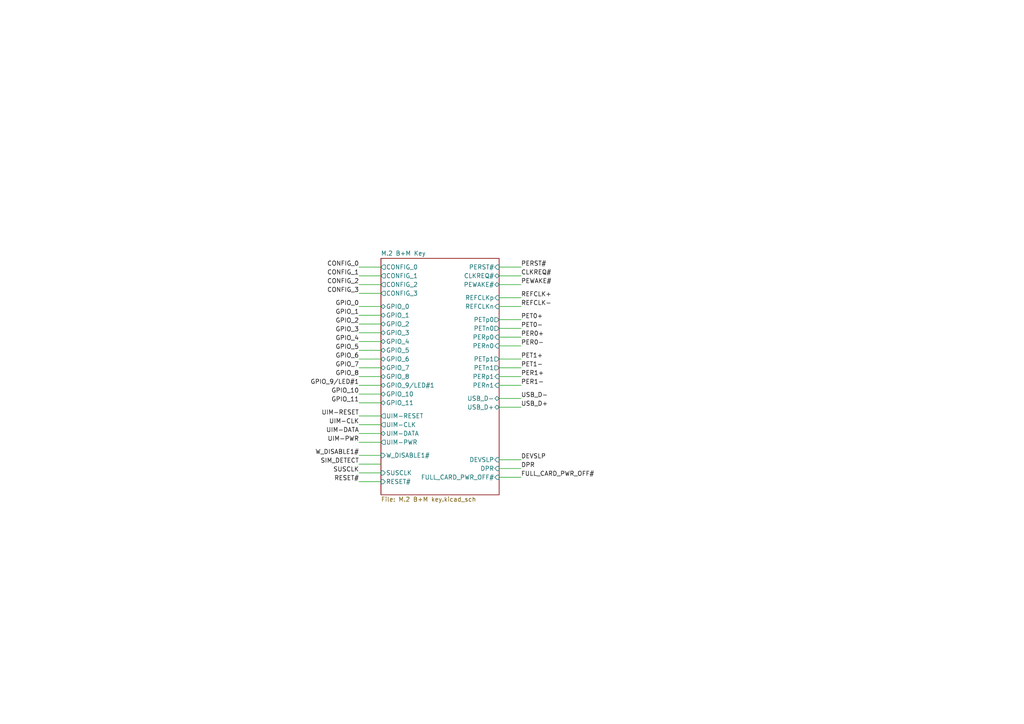
<source format=kicad_sch>
(kicad_sch
	(version 20250114)
	(generator "eeschema")
	(generator_version "9.0")
	(uuid "d52149c5-2780-43d7-ad28-0fd143303ca1")
	(paper "A4")
	(lib_symbols)
	(wire
		(pts
			(xy 104.14 114.3) (xy 110.49 114.3)
		)
		(stroke
			(width 0)
			(type default)
		)
		(uuid "02c8b8e6-a05b-4110-8312-b119fad8e5aa")
	)
	(wire
		(pts
			(xy 104.14 104.14) (xy 110.49 104.14)
		)
		(stroke
			(width 0)
			(type default)
		)
		(uuid "03b7aa98-4c16-4e5f-8921-8d62ed2a5ca1")
	)
	(wire
		(pts
			(xy 104.14 93.98) (xy 110.49 93.98)
		)
		(stroke
			(width 0)
			(type default)
		)
		(uuid "0cd30d06-86a9-4fbd-ab92-a2ef84cbd2ad")
	)
	(wire
		(pts
			(xy 104.14 139.7) (xy 110.49 139.7)
		)
		(stroke
			(width 0)
			(type default)
		)
		(uuid "26064112-c8c6-4144-bfa3-1d64de7e48d8")
	)
	(wire
		(pts
			(xy 104.14 125.73) (xy 110.49 125.73)
		)
		(stroke
			(width 0)
			(type default)
		)
		(uuid "27d93c08-6598-4875-a730-16729c475b03")
	)
	(wire
		(pts
			(xy 104.14 116.84) (xy 110.49 116.84)
		)
		(stroke
			(width 0)
			(type default)
		)
		(uuid "2a38cc62-5faa-4d20-92cc-5d00eaf63a87")
	)
	(wire
		(pts
			(xy 144.78 86.36) (xy 151.13 86.36)
		)
		(stroke
			(width 0)
			(type default)
		)
		(uuid "2dd875fe-2eab-47c6-9571-0e51b6c8d6b9")
	)
	(wire
		(pts
			(xy 104.14 91.44) (xy 110.49 91.44)
		)
		(stroke
			(width 0)
			(type default)
		)
		(uuid "2fa86a7e-295e-4778-b3ae-e67ef4780f59")
	)
	(wire
		(pts
			(xy 144.78 100.33) (xy 151.13 100.33)
		)
		(stroke
			(width 0)
			(type default)
		)
		(uuid "3017fa4a-483a-4a71-8497-ece76044680f")
	)
	(wire
		(pts
			(xy 104.14 77.47) (xy 110.49 77.47)
		)
		(stroke
			(width 0)
			(type default)
		)
		(uuid "3110518f-9ca5-43e7-8b46-c7d66ba289d3")
	)
	(wire
		(pts
			(xy 104.14 88.9) (xy 110.49 88.9)
		)
		(stroke
			(width 0)
			(type default)
		)
		(uuid "31cc93cd-e4bc-4691-b1cc-6442708e94b0")
	)
	(wire
		(pts
			(xy 144.78 95.25) (xy 151.13 95.25)
		)
		(stroke
			(width 0)
			(type default)
		)
		(uuid "32e19455-e6c0-40b5-9431-cdba5d6a3d87")
	)
	(wire
		(pts
			(xy 104.14 99.06) (xy 110.49 99.06)
		)
		(stroke
			(width 0)
			(type default)
		)
		(uuid "3b3254ab-e217-48cd-9e10-9757e6d7f059")
	)
	(wire
		(pts
			(xy 144.78 88.9) (xy 151.13 88.9)
		)
		(stroke
			(width 0)
			(type default)
		)
		(uuid "3d188e2b-5c0a-442f-9f81-4d1771c12cde")
	)
	(wire
		(pts
			(xy 144.78 133.35) (xy 151.13 133.35)
		)
		(stroke
			(width 0)
			(type default)
		)
		(uuid "3e97fb78-f93f-4317-85da-eca6c9d4c802")
	)
	(wire
		(pts
			(xy 144.78 80.01) (xy 151.13 80.01)
		)
		(stroke
			(width 0)
			(type default)
		)
		(uuid "40e4ae1c-bd40-4cc0-a59c-65dcaad5be25")
	)
	(wire
		(pts
			(xy 144.78 82.55) (xy 151.13 82.55)
		)
		(stroke
			(width 0)
			(type default)
		)
		(uuid "4f08e404-1adb-4da8-8ca0-ed8a76558077")
	)
	(wire
		(pts
			(xy 144.78 109.22) (xy 151.13 109.22)
		)
		(stroke
			(width 0)
			(type default)
		)
		(uuid "5d010d86-1240-48a7-9128-27ab94711782")
	)
	(wire
		(pts
			(xy 104.14 137.16) (xy 110.49 137.16)
		)
		(stroke
			(width 0)
			(type default)
		)
		(uuid "72e46adf-f177-435a-85f2-51168f2252fb")
	)
	(wire
		(pts
			(xy 144.78 92.71) (xy 151.13 92.71)
		)
		(stroke
			(width 0)
			(type default)
		)
		(uuid "74581d45-164b-4f7c-b1b3-1a81cf10ac6a")
	)
	(wire
		(pts
			(xy 144.78 97.79) (xy 151.13 97.79)
		)
		(stroke
			(width 0)
			(type default)
		)
		(uuid "8302ba35-c00a-4b03-96f4-27b937bd3525")
	)
	(wire
		(pts
			(xy 144.78 106.68) (xy 151.13 106.68)
		)
		(stroke
			(width 0)
			(type default)
		)
		(uuid "86836f82-f9ab-42a3-9b3b-c1df6a69aabd")
	)
	(wire
		(pts
			(xy 144.78 77.47) (xy 151.13 77.47)
		)
		(stroke
			(width 0)
			(type default)
		)
		(uuid "8736c031-59a8-41e3-b852-8711042aac91")
	)
	(wire
		(pts
			(xy 104.14 132.08) (xy 110.49 132.08)
		)
		(stroke
			(width 0)
			(type default)
		)
		(uuid "8a77027e-6bc3-46b1-b9d1-8ab93e6f7c5f")
	)
	(wire
		(pts
			(xy 104.14 82.55) (xy 110.49 82.55)
		)
		(stroke
			(width 0)
			(type default)
		)
		(uuid "8fda9c06-d6b5-47f7-a759-c865306f75db")
	)
	(wire
		(pts
			(xy 104.14 101.6) (xy 110.49 101.6)
		)
		(stroke
			(width 0)
			(type default)
		)
		(uuid "a260f4b8-41ab-4b15-9b68-27df525e1abf")
	)
	(wire
		(pts
			(xy 104.14 80.01) (xy 110.49 80.01)
		)
		(stroke
			(width 0)
			(type default)
		)
		(uuid "a8dc0d2f-1d6b-4a1a-a2e3-43e618dfdea4")
	)
	(wire
		(pts
			(xy 144.78 111.76) (xy 151.13 111.76)
		)
		(stroke
			(width 0)
			(type default)
		)
		(uuid "abab4564-9f1c-4a91-b052-81411562587f")
	)
	(wire
		(pts
			(xy 144.78 115.57) (xy 151.13 115.57)
		)
		(stroke
			(width 0)
			(type default)
		)
		(uuid "ac5cea99-d05d-4462-b30d-be7a2fef6d6f")
	)
	(wire
		(pts
			(xy 144.78 118.11) (xy 151.13 118.11)
		)
		(stroke
			(width 0)
			(type default)
		)
		(uuid "b6be20b0-f671-4fd0-8ab7-e9529b939251")
	)
	(wire
		(pts
			(xy 104.14 111.76) (xy 110.49 111.76)
		)
		(stroke
			(width 0)
			(type default)
		)
		(uuid "b77d038a-2835-4411-896b-e4fa1c3364ac")
	)
	(wire
		(pts
			(xy 104.14 85.09) (xy 110.49 85.09)
		)
		(stroke
			(width 0)
			(type default)
		)
		(uuid "b8ae850f-d029-4841-bfa4-41f48cf934cb")
	)
	(wire
		(pts
			(xy 104.14 128.27) (xy 110.49 128.27)
		)
		(stroke
			(width 0)
			(type default)
		)
		(uuid "d238fbbf-2ee5-4780-b41b-b9f71371fd6f")
	)
	(wire
		(pts
			(xy 104.14 123.19) (xy 110.49 123.19)
		)
		(stroke
			(width 0)
			(type default)
		)
		(uuid "d33a51ef-226c-43fe-8843-d8426dc0d4bf")
	)
	(wire
		(pts
			(xy 104.14 134.62) (xy 110.49 134.62)
		)
		(stroke
			(width 0)
			(type default)
		)
		(uuid "d7925f62-bf79-49d0-aed5-cef10cf0845d")
	)
	(wire
		(pts
			(xy 104.14 106.68) (xy 110.49 106.68)
		)
		(stroke
			(width 0)
			(type default)
		)
		(uuid "d9c8b6fe-2cc3-4df6-baf9-a95cbcb09b6c")
	)
	(wire
		(pts
			(xy 104.14 96.52) (xy 110.49 96.52)
		)
		(stroke
			(width 0)
			(type default)
		)
		(uuid "dcafa047-533d-42fa-baa5-9b9d505ad02c")
	)
	(wire
		(pts
			(xy 104.14 109.22) (xy 110.49 109.22)
		)
		(stroke
			(width 0)
			(type default)
		)
		(uuid "e86da907-7c21-4604-9509-1f81666b184a")
	)
	(wire
		(pts
			(xy 144.78 104.14) (xy 151.13 104.14)
		)
		(stroke
			(width 0)
			(type default)
		)
		(uuid "f41f7c13-0da8-40b2-8da8-7ab3dd6a80b6")
	)
	(wire
		(pts
			(xy 144.78 138.43) (xy 151.13 138.43)
		)
		(stroke
			(width 0)
			(type default)
		)
		(uuid "fae157ef-5c37-4d0e-8ef9-1c4ea1139bf0")
	)
	(wire
		(pts
			(xy 144.78 135.89) (xy 151.13 135.89)
		)
		(stroke
			(width 0)
			(type default)
		)
		(uuid "fc00d9e5-d56b-426b-bb36-2ca99a11ca18")
	)
	(wire
		(pts
			(xy 104.14 120.65) (xy 110.49 120.65)
		)
		(stroke
			(width 0)
			(type default)
		)
		(uuid "fc3d2dda-600a-486f-8739-821317c754ce")
	)
	(label "GPIO_6"
		(at 104.14 104.14 180)
		(effects
			(font
				(size 1.27 1.27)
			)
			(justify right bottom)
		)
		(uuid "0b88b89e-d208-419f-978c-12596f472ccf")
	)
	(label "GPIO_0"
		(at 104.14 88.9 180)
		(effects
			(font
				(size 1.27 1.27)
			)
			(justify right bottom)
		)
		(uuid "0c4809f8-7c4a-4eaf-910c-3ef08a7bb0ab")
	)
	(label "DEVSLP"
		(at 151.13 133.35 0)
		(effects
			(font
				(size 1.27 1.27)
			)
			(justify left bottom)
		)
		(uuid "1a2a70e7-7917-4276-879b-9c59aeafe33a")
	)
	(label "PER0-"
		(at 151.13 100.33 0)
		(effects
			(font
				(size 1.27 1.27)
			)
			(justify left bottom)
		)
		(uuid "1f348bbe-e9db-47be-92e0-76b94aa62941")
	)
	(label "PET1-"
		(at 151.13 106.68 0)
		(effects
			(font
				(size 1.27 1.27)
			)
			(justify left bottom)
		)
		(uuid "2361ffc7-6b52-4ffc-93ba-99705f458d24")
	)
	(label "SIM_DETECT"
		(at 104.14 134.62 180)
		(effects
			(font
				(size 1.27 1.27)
			)
			(justify right bottom)
		)
		(uuid "24385f20-dfec-4b57-b6a3-f29bb6b4e4f0")
	)
	(label "GPIO_1"
		(at 104.14 91.44 180)
		(effects
			(font
				(size 1.27 1.27)
			)
			(justify right bottom)
		)
		(uuid "2454d983-5a22-4470-8905-9bc3baa1787c")
	)
	(label "GPIO_10"
		(at 104.14 114.3 180)
		(effects
			(font
				(size 1.27 1.27)
			)
			(justify right bottom)
		)
		(uuid "263d95f1-2e67-4ad4-bc7c-b2e7d5f61861")
	)
	(label "GPIO_2"
		(at 104.14 93.98 180)
		(effects
			(font
				(size 1.27 1.27)
			)
			(justify right bottom)
		)
		(uuid "28de2f52-591d-48c5-8553-2ac7445c079a")
	)
	(label "CONFIG_3"
		(at 104.14 85.09 180)
		(effects
			(font
				(size 1.27 1.27)
			)
			(justify right bottom)
		)
		(uuid "2bbc0179-48b3-4763-9f69-91279b07d8e6")
	)
	(label "CONFIG_1"
		(at 104.14 80.01 180)
		(effects
			(font
				(size 1.27 1.27)
			)
			(justify right bottom)
		)
		(uuid "32788e14-31a0-4bf4-ad9d-975a7a382652")
	)
	(label "RESET#"
		(at 104.14 139.7 180)
		(effects
			(font
				(size 1.27 1.27)
			)
			(justify right bottom)
		)
		(uuid "337582be-86d0-43c0-971d-1e765419178c")
	)
	(label "GPIO_9{slash}LED#1"
		(at 104.14 111.76 180)
		(effects
			(font
				(size 1.27 1.27)
			)
			(justify right bottom)
		)
		(uuid "34fa18bd-aa08-4150-aca1-3ecacd3c40bd")
	)
	(label "GPIO_11"
		(at 104.14 116.84 180)
		(effects
			(font
				(size 1.27 1.27)
			)
			(justify right bottom)
		)
		(uuid "3b611fed-07fb-46de-9899-e08c66ef557c")
	)
	(label "UIM-PWR"
		(at 104.14 128.27 180)
		(effects
			(font
				(size 1.27 1.27)
			)
			(justify right bottom)
		)
		(uuid "45a991e0-7075-4136-a9d4-2eb547707ae3")
	)
	(label "PER1+"
		(at 151.13 109.22 0)
		(effects
			(font
				(size 1.27 1.27)
			)
			(justify left bottom)
		)
		(uuid "4f1c46e0-da8f-42df-b66a-1bbd5c618854")
	)
	(label "GPIO_8"
		(at 104.14 109.22 180)
		(effects
			(font
				(size 1.27 1.27)
			)
			(justify right bottom)
		)
		(uuid "6f57ebab-9c98-4fc2-a222-2efecd790dd2")
	)
	(label "REFCLK-"
		(at 151.13 88.9 0)
		(effects
			(font
				(size 1.27 1.27)
			)
			(justify left bottom)
		)
		(uuid "7dea99ef-521d-411f-b64f-a114a313e8d1")
	)
	(label "PER0+"
		(at 151.13 97.79 0)
		(effects
			(font
				(size 1.27 1.27)
			)
			(justify left bottom)
		)
		(uuid "81ebdb15-c7ba-4f63-8972-13c85b6595df")
	)
	(label "GPIO_4"
		(at 104.14 99.06 180)
		(effects
			(font
				(size 1.27 1.27)
			)
			(justify right bottom)
		)
		(uuid "8763ff41-0f24-42c4-80b6-d0d5c0ba745c")
	)
	(label "GPIO_5"
		(at 104.14 101.6 180)
		(effects
			(font
				(size 1.27 1.27)
			)
			(justify right bottom)
		)
		(uuid "8c55cc2a-33af-4489-8300-dc78f282a1db")
	)
	(label "PERST#"
		(at 151.13 77.47 0)
		(effects
			(font
				(size 1.27 1.27)
			)
			(justify left bottom)
		)
		(uuid "92610596-0bd0-495e-a05a-a5fc6e10c175")
	)
	(label "CLKREQ#"
		(at 151.13 80.01 0)
		(effects
			(font
				(size 1.27 1.27)
			)
			(justify left bottom)
		)
		(uuid "95c6617d-cdde-44b7-a83b-7befa71df8ce")
	)
	(label "SUSCLK"
		(at 104.14 137.16 180)
		(effects
			(font
				(size 1.27 1.27)
			)
			(justify right bottom)
		)
		(uuid "9854ee1a-d653-495c-b2e2-43dc7e54b37a")
	)
	(label "UIM-DATA"
		(at 104.14 125.73 180)
		(effects
			(font
				(size 1.27 1.27)
			)
			(justify right bottom)
		)
		(uuid "b0016121-d22f-4e10-87a4-22b8d3c36037")
	)
	(label "PET0+"
		(at 151.13 92.71 0)
		(effects
			(font
				(size 1.27 1.27)
			)
			(justify left bottom)
		)
		(uuid "ba8de343-86c6-4e60-a863-77d7f60b3372")
	)
	(label "PET0-"
		(at 151.13 95.25 0)
		(effects
			(font
				(size 1.27 1.27)
			)
			(justify left bottom)
		)
		(uuid "c1204e6f-03fb-4e69-a0e7-cfd769b8ddd7")
	)
	(label "USB_D+"
		(at 151.13 118.11 0)
		(effects
			(font
				(size 1.27 1.27)
			)
			(justify left bottom)
		)
		(uuid "c3fedcd4-a79f-42c7-b523-87d1d49fc5fe")
	)
	(label "PEWAKE#"
		(at 151.13 82.55 0)
		(effects
			(font
				(size 1.27 1.27)
			)
			(justify left bottom)
		)
		(uuid "c84ade58-8532-4fa5-bec0-4766365c8c92")
	)
	(label "REFCLK+"
		(at 151.13 86.36 0)
		(effects
			(font
				(size 1.27 1.27)
			)
			(justify left bottom)
		)
		(uuid "cb765f3a-2d6b-462c-a33a-45e5f5faa3d8")
	)
	(label "CONFIG_2"
		(at 104.14 82.55 180)
		(effects
			(font
				(size 1.27 1.27)
			)
			(justify right bottom)
		)
		(uuid "d8791e2d-fe59-45c9-bebc-a1f886eb8f12")
	)
	(label "PER1-"
		(at 151.13 111.76 0)
		(effects
			(font
				(size 1.27 1.27)
			)
			(justify left bottom)
		)
		(uuid "d8d09262-bce8-4087-bcc4-35b7f1936f2b")
	)
	(label "W_DISABLE1#"
		(at 104.14 132.08 180)
		(effects
			(font
				(size 1.27 1.27)
			)
			(justify right bottom)
		)
		(uuid "da07af19-8338-42d2-82bd-795af2431bbb")
	)
	(label "PET1+"
		(at 151.13 104.14 0)
		(effects
			(font
				(size 1.27 1.27)
			)
			(justify left bottom)
		)
		(uuid "da1dc92e-a691-46a5-84f5-77385086aafe")
	)
	(label "GPIO_3"
		(at 104.14 96.52 180)
		(effects
			(font
				(size 1.27 1.27)
			)
			(justify right bottom)
		)
		(uuid "e29f378b-16af-4a76-afe1-3c575683f4af")
	)
	(label "CONFIG_0"
		(at 104.14 77.47 180)
		(effects
			(font
				(size 1.27 1.27)
			)
			(justify right bottom)
		)
		(uuid "e5ffc1b4-99a5-44d9-bf5d-0bfbc606d92d")
	)
	(label "GPIO_7"
		(at 104.14 106.68 180)
		(effects
			(font
				(size 1.27 1.27)
			)
			(justify right bottom)
		)
		(uuid "f035eadd-0705-4225-874a-ea20a101559d")
	)
	(label "UIM-RESET"
		(at 104.14 120.65 180)
		(effects
			(font
				(size 1.27 1.27)
			)
			(justify right bottom)
		)
		(uuid "f3e9bf45-ec0e-44bb-a8d3-79b45b29808a")
	)
	(label "FULL_CARD_PWR_OFF#"
		(at 151.13 138.43 0)
		(effects
			(font
				(size 1.27 1.27)
			)
			(justify left bottom)
		)
		(uuid "fa477215-384d-47bb-b3f8-f0a71240e5b3")
	)
	(label "USB_D-"
		(at 151.13 115.57 0)
		(effects
			(font
				(size 1.27 1.27)
			)
			(justify left bottom)
		)
		(uuid "fa8fcc8a-8747-4d73-b53b-950b5f131e71")
	)
	(label "UIM-CLK"
		(at 104.14 123.19 180)
		(effects
			(font
				(size 1.27 1.27)
			)
			(justify right bottom)
		)
		(uuid "fbb51df7-ede3-4c31-ba00-582e19f73071")
	)
	(label "DPR"
		(at 151.13 135.89 0)
		(effects
			(font
				(size 1.27 1.27)
			)
			(justify left bottom)
		)
		(uuid "fd313127-f81b-4426-8b35-9212c5f612eb")
	)
	(sheet
		(at 110.49 74.93)
		(size 34.29 68.58)
		(exclude_from_sim no)
		(in_bom yes)
		(on_board yes)
		(dnp no)
		(fields_autoplaced yes)
		(stroke
			(width 0.1524)
			(type solid)
		)
		(fill
			(color 0 0 0 0.0000)
		)
		(uuid "8092d5df-0815-401e-9925-32233013917e")
		(property "Sheetname" "M.2 B+M Key"
			(at 110.49 74.2184 0)
			(effects
				(font
					(size 1.27 1.27)
				)
				(justify left bottom)
			)
		)
		(property "Sheetfile" "M.2 B+M key.kicad_sch"
			(at 110.49 144.0946 0)
			(effects
				(font
					(size 1.27 1.27)
				)
				(justify left top)
			)
		)
		(pin "GPIO_9/LED#1" bidirectional
			(at 110.49 111.76 180)
			(uuid "67e85e41-1b55-4ba4-9b29-3755c06d48f9")
			(effects
				(font
					(size 1.27 1.27)
				)
				(justify left)
			)
		)
		(pin "GPIO_0" bidirectional
			(at 110.49 88.9 180)
			(uuid "a8959b38-f6a8-47ed-a07b-805334fc3e29")
			(effects
				(font
					(size 1.27 1.27)
				)
				(justify left)
			)
		)
		(pin "UIM-RESET" output
			(at 110.49 120.65 180)
			(uuid "f6aca600-c8a7-49dc-99bf-9e6c9133aa89")
			(effects
				(font
					(size 1.27 1.27)
				)
				(justify left)
			)
		)
		(pin "UIM-DATA" bidirectional
			(at 110.49 125.73 180)
			(uuid "79b73122-0814-4130-852f-a909ef26097a")
			(effects
				(font
					(size 1.27 1.27)
				)
				(justify left)
			)
		)
		(pin "GPIO_3" bidirectional
			(at 110.49 96.52 180)
			(uuid "bcfc697e-4e08-4254-9022-d44b2d12370d")
			(effects
				(font
					(size 1.27 1.27)
				)
				(justify left)
			)
		)
		(pin "GPIO_5" bidirectional
			(at 110.49 101.6 180)
			(uuid "a3a51872-76d2-4669-aeb2-2426d8d089ca")
			(effects
				(font
					(size 1.27 1.27)
				)
				(justify left)
			)
		)
		(pin "CONFIG_1" output
			(at 110.49 80.01 180)
			(uuid "147c365b-f4c5-4c90-bc3b-c5f8597b0cfa")
			(effects
				(font
					(size 1.27 1.27)
				)
				(justify left)
			)
		)
		(pin "CONFIG_2" output
			(at 110.49 82.55 180)
			(uuid "2af0ad67-dd5e-4fa1-8add-db1067d5ea29")
			(effects
				(font
					(size 1.27 1.27)
				)
				(justify left)
			)
		)
		(pin "PERn1" input
			(at 144.78 111.76 0)
			(uuid "07c7e464-3a5a-47b3-abca-575fc17d851a")
			(effects
				(font
					(size 1.27 1.27)
				)
				(justify right)
			)
		)
		(pin "PETn1" output
			(at 144.78 106.68 0)
			(uuid "b73a90df-bf88-49a3-bf78-90f74c1da6c4")
			(effects
				(font
					(size 1.27 1.27)
				)
				(justify right)
			)
		)
		(pin "DPR" input
			(at 144.78 135.89 0)
			(uuid "d25312eb-357a-44c9-b639-56833360e89f")
			(effects
				(font
					(size 1.27 1.27)
				)
				(justify right)
			)
		)
		(pin "GPIO_10" bidirectional
			(at 110.49 114.3 180)
			(uuid "a5a4ec46-d35b-4b90-9809-4990ea37770c")
			(effects
				(font
					(size 1.27 1.27)
				)
				(justify left)
			)
		)
		(pin "UIM-PWR" output
			(at 110.49 128.27 180)
			(uuid "93736e99-32a6-49fc-9e60-efa9626e7a73")
			(effects
				(font
					(size 1.27 1.27)
				)
				(justify left)
			)
		)
		(pin "GPIO_7" bidirectional
			(at 110.49 106.68 180)
			(uuid "11b1c037-edb0-4244-be99-ea6bfa71b6fc")
			(effects
				(font
					(size 1.27 1.27)
				)
				(justify left)
			)
		)
		(pin "REFCLKp" input
			(at 144.78 86.36 0)
			(uuid "9b60dd7e-26a9-4a29-8e43-4b4ecee07014")
			(effects
				(font
					(size 1.27 1.27)
				)
				(justify right)
			)
		)
		(pin "DEVSLP" input
			(at 144.78 133.35 0)
			(uuid "fc7c4e0d-d337-40d2-b889-0345d0565e6c")
			(effects
				(font
					(size 1.27 1.27)
				)
				(justify right)
			)
		)
		(pin "PERn0" input
			(at 144.78 100.33 0)
			(uuid "652970fd-4e98-4515-8d7e-204a8f6df142")
			(effects
				(font
					(size 1.27 1.27)
				)
				(justify right)
			)
		)
		(pin "GPIO_1" bidirectional
			(at 110.49 91.44 180)
			(uuid "1dbc02f5-2056-41b9-b7ac-9e6533eca377")
			(effects
				(font
					(size 1.27 1.27)
				)
				(justify left)
			)
		)
		(pin "GPIO_4" bidirectional
			(at 110.49 99.06 180)
			(uuid "6bee10b3-f68c-4629-a6ec-85c4de55b5b0")
			(effects
				(font
					(size 1.27 1.27)
				)
				(justify left)
			)
		)
		(pin "PETp0" output
			(at 144.78 92.71 0)
			(uuid "0368b83b-0bc3-4d04-8dbd-6066b7f934ab")
			(effects
				(font
					(size 1.27 1.27)
				)
				(justify right)
			)
		)
		(pin "CONFIG_0" output
			(at 110.49 77.47 180)
			(uuid "21346a46-3e47-4ab8-9114-5b0e01a702e9")
			(effects
				(font
					(size 1.27 1.27)
				)
				(justify left)
			)
		)
		(pin "PERp0" input
			(at 144.78 97.79 0)
			(uuid "22feef65-5956-429c-ae6d-32c744993b18")
			(effects
				(font
					(size 1.27 1.27)
				)
				(justify right)
			)
		)
		(pin "PETn0" output
			(at 144.78 95.25 0)
			(uuid "406ad907-4ba3-4c2a-8a9d-ad5d19e60d77")
			(effects
				(font
					(size 1.27 1.27)
				)
				(justify right)
			)
		)
		(pin "REFCLKn" input
			(at 144.78 88.9 0)
			(uuid "b2808fe9-84fb-4d0c-a1f9-63b8d6a28585")
			(effects
				(font
					(size 1.27 1.27)
				)
				(justify right)
			)
		)
		(pin "SUSCLK" input
			(at 110.49 137.16 180)
			(uuid "c1e941e8-94cc-4e8f-a9d6-e3fd099ec0c2")
			(effects
				(font
					(size 1.27 1.27)
				)
				(justify left)
			)
		)
		(pin "PETp1" output
			(at 144.78 104.14 0)
			(uuid "195c8579-93be-44a6-8f55-1e98aa05c5fa")
			(effects
				(font
					(size 1.27 1.27)
				)
				(justify right)
			)
		)
		(pin "USB_D+" bidirectional
			(at 144.78 118.11 0)
			(uuid "75113fe0-ea89-4e43-ae4e-08dff97d7024")
			(effects
				(font
					(size 1.27 1.27)
				)
				(justify right)
			)
		)
		(pin "FULL_CARD_PWR_OFF#" input
			(at 144.78 138.43 0)
			(uuid "c803627c-a5da-4a6d-9002-0d10cce416be")
			(effects
				(font
					(size 1.27 1.27)
				)
				(justify right)
			)
		)
		(pin "GPIO_8" bidirectional
			(at 110.49 109.22 180)
			(uuid "9682c88d-7504-41b7-ac17-eb0c53dd9501")
			(effects
				(font
					(size 1.27 1.27)
				)
				(justify left)
			)
		)
		(pin "W_DISABLE1#" input
			(at 110.49 132.08 180)
			(uuid "f9667423-a284-4268-be96-327c66d609a2")
			(effects
				(font
					(size 1.27 1.27)
				)
				(justify left)
			)
		)
		(pin "USB_D-" bidirectional
			(at 144.78 115.57 0)
			(uuid "292d4f4c-b077-4328-b6cd-fb4e59a9c880")
			(effects
				(font
					(size 1.27 1.27)
				)
				(justify right)
			)
		)
		(pin "PERp1" input
			(at 144.78 109.22 0)
			(uuid "de2b804e-456e-4ea0-bb1a-0f58fdd5545b")
			(effects
				(font
					(size 1.27 1.27)
				)
				(justify right)
			)
		)
		(pin "GPIO_2" bidirectional
			(at 110.49 93.98 180)
			(uuid "1f300243-1045-431b-8e94-7abf7d4c2eea")
			(effects
				(font
					(size 1.27 1.27)
				)
				(justify left)
			)
		)
		(pin "RESET#" input
			(at 110.49 139.7 180)
			(uuid "f6b4f571-a8fe-4244-b32d-3f802e07f843")
			(effects
				(font
					(size 1.27 1.27)
				)
				(justify left)
			)
		)
		(pin "PERST#" input
			(at 144.78 77.47 0)
			(uuid "7fc07fba-4801-4620-a4f1-d02d67317621")
			(effects
				(font
					(size 1.27 1.27)
				)
				(justify right)
			)
		)
		(pin "CONFIG_3" output
			(at 110.49 85.09 180)
			(uuid "2f6173f4-8f02-4aaa-90c3-c00e6cfacf4b")
			(effects
				(font
					(size 1.27 1.27)
				)
				(justify left)
			)
		)
		(pin "GPIO_11" bidirectional
			(at 110.49 116.84 180)
			(uuid "a82a480d-2af5-4977-8b13-d7463693d62a")
			(effects
				(font
					(size 1.27 1.27)
				)
				(justify left)
			)
		)
		(pin "UIM-CLK" output
			(at 110.49 123.19 180)
			(uuid "d2852e8d-9fac-4bb7-add7-074523f19e99")
			(effects
				(font
					(size 1.27 1.27)
				)
				(justify left)
			)
		)
		(pin "PEWAKE#" bidirectional
			(at 144.78 82.55 0)
			(uuid "993401cd-bf0f-4286-b540-c26cb2940a96")
			(effects
				(font
					(size 1.27 1.27)
				)
				(justify right)
			)
		)
		(pin "CLKREQ#" bidirectional
			(at 144.78 80.01 0)
			(uuid "32f6e520-83d8-47f2-a9f9-99e495f70f2c")
			(effects
				(font
					(size 1.27 1.27)
				)
				(justify right)
			)
		)
		(pin "GPIO_6" bidirectional
			(at 110.49 104.14 180)
			(uuid "788b4357-44ae-469f-9309-3b4b0a4d6d4b")
			(effects
				(font
					(size 1.27 1.27)
				)
				(justify left)
			)
		)
		(instances
			(project "M.2 B+M Key 3042"
				(path "/d52149c5-2780-43d7-ad28-0fd143303ca1"
					(page "2")
				)
			)
		)
	)
	(sheet_instances
		(path "/"
			(page "1")
		)
	)
	(embedded_fonts no)
)

</source>
